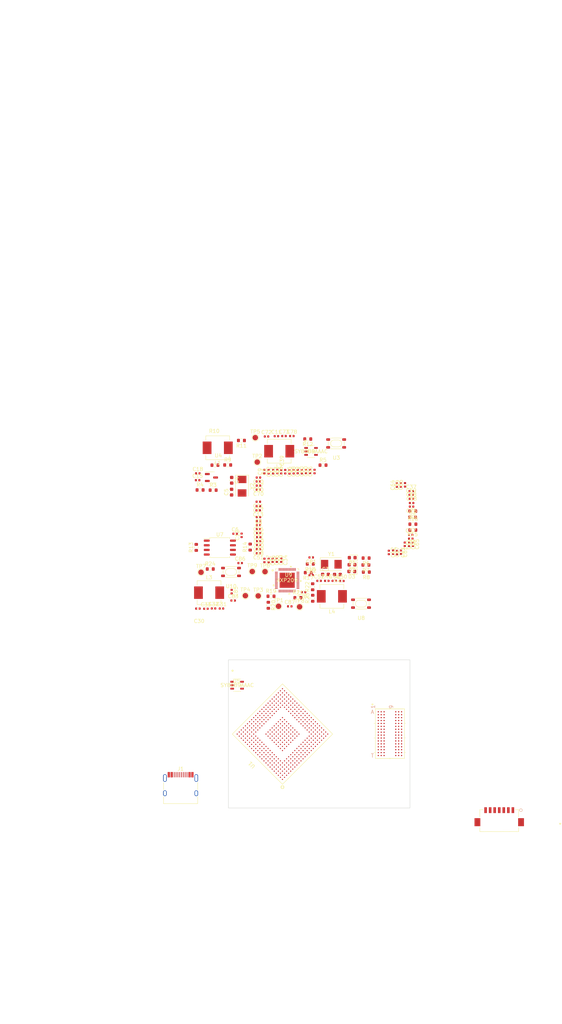
<source format=kicad_pcb>
(kicad_pcb (version 20221018) (generator pcbnew)
  (layers (0 "F.Cu" signal) (1 "In1.Cu" signal) (2 "In2.Cu" signal) (31 "B.Cu" signal) (34 "B.Paste" user) (35 "F.Paste" user) (36 "B.SilkS" user "B.Silkscreen") (37 "F.SilkS" user "F.Silkscreen") (38 "B.Mask" user) (39 "F.Mask" user) (44 "Edge.Cuts" user))
  (net 0 "")
  (net 7 "Net-(U1-PadF1)")
  (net 24 "Net-(U1-PadF2)")
  (net 48 "+3V3")
  (net 74 "Net-(U1-PadN22)")
  (net 104 "Net-(U1-PadN23)")
  (net 118 "+2V5")
  (net 119 "Net-(C72-Pad2)")
  (net 141 "Net-(C73-Pad2)")
  (net 159 "/CPU_VREF")
  (net 160 "Net-(C83-Pad2)")
  (net 163 "Net-(C84-Pad2)")
  (net 170 "/IPSOUT")
  (net 177 "Net-(C86-Pad1)")
  (net 178 "/VINT")
  (net 179 "Net-(D1-Pad1)")
  (net 204 "Net-(U1-PadD5)")
  (net 210 "Net-(D2-Pad1)")
  (net 211 "Net-(U1-PadE5)")
  (net 215 "Net-(D3-Pad1)")
  (net 216 "Net-(U1-PadD6)")
  (net 217 "+5V")
  (net 218 "Net-(J1-PadA5)")
  (net 240 "/DM0")
  (net 258 "/DP0")
  (net 280 "Net-(R1-Pad1)")
  (net 281 "GND")
  (net 282 "Net-(R2-Pad1)")
  (net 283 "/DDR_CLK")
  (net 284 "/DDR_CLKN")
  (net 285 "Net-(R5-Pad1)")
  (net 286 "/DDR_DQ8")
  (net 287 "/DDR_SDQS1_N")
  (net 288 "/DDR_A8")
  (net 289 "/DDR_CS1")
  (net 290 "/DDR_ODT0")
  (net 291 "/DDR_RST")
  (net 292 "/DDR_SDQS1")
  (net 293 "/DDR_DQ11")
  (net 294 "/DDR_DQ14")
  (net 295 "/DDR_DQ6")
  (net 296 "/DDR_DQ3")
  (net 297 "/DDR_SDQS0")
  (net 298 "/DDR_DQ4")
  (net 299 "/DDR_DQ5")
  (net 300 "/DDR_DQ9")
  (net 301 "/DDR_DQ12")
  (net 302 "/DDR_DQ7")
  (net 303 "/DDR_DQ1")
  (net 304 "/DDR_SDQS0_N")
  (net 305 "/DDR_SDQM0")
  (net 306 "/DDR_DQ2")
  (net 307 "/DDR_ODT1")
  (net 308 "/DDR_CKE1")
  (net 309 "/DDR_BA0")
  (net 310 "/DDR_BA2")
  (net 311 "/DDR_A10")
  (net 312 "/DDR_BA1")
  (net 313 "/DDR_A7")
  (net 314 "/DDR_A3")
  (net 315 "/DDR_CKE0")
  (net 316 "/DDR_A5")
  (net 317 "/DDR_A12")
  (net 318 "/DDR_A9")
  (net 319 "/DDR_A14")
  (net 320 "/DDR_A1")
  (net 321 "/DDR_NWE")
  (net 322 "/DDR_NRAS")
  (net 323 "/DDR_NCAS")
  (net 324 "/DDR_A2")
  (net 325 "/DDR_CS0")
  (net 326 "/DDR_A6")
  (net 327 "/DDR_SDQM1")
  (net 328 "/DDR_DQ13")
  (net 329 "/DDR_A11")
  (net 330 "/DDR_A0")
  (net 331 "/DDR_DQ10")
  (net 332 "/DDR_DQ15")
  (net 333 "/DDR_A13")
  (net 334 "/DDR_A4")
  (net 335 "+1V5")
  (net 336 "/DDR_DQ0")
  (net 337 "/DDR_VREF")
  (net 339 "Net-(J1-PadB5)")
  (net 344 "/UART_TX")
  (net 345 "/UART_RX")
  (net 346 "Net-(L1-Pad1)")
  (net 347 "Net-(L2-Pad1)")
  (net 348 "/1v2_CPU")
  (net 349 "Net-(L3-Pad2)")
  (net 350 "/1v2_INT")
  (net 351 "Net-(L4-Pad2)")
  (net 352 "Net-(R13-Pad1)")
  (net 353 "Net-(R14-Pad1)")
  (net 354 "Net-(R19-Pad2)")
  (net 355 "Net-(R21-Pad2)")
  (net 356 "Net-(R22-Pad1)")
  (net 357 "Net-(R23-Pad1)")
  (net 358 "Net-(R24-Pad1)")
  (net 359 "/VDD_RTC")
  (net 360 "+3V0")
  (net 361 "+2V8")
  (net 362 "/2v8_2")
  (net 363 "/RESET_N")
  (net 364 "/NMI_N")
  (net 365 "/PC23")
  (net 366 "/PC2")
  (net 367 "/PC1")
  (net 368 "/PC0")
  (net 370 "Net-(U1-PadW8)")
  (net 371 "/EXTEN")
  (net 372 "Net-(U8-Pad3)")
  (net 373 "/TWI0_SDA")
  (net 374 "/TWI0_SCK")
  (footprint "jlywxy:SW_SPST_SWD_4x3x2" (layer "F.Cu") (at 51.858672 10.707116)
    (fp_text reference "U3")
    (fp_text value "SW_SMD_SPST_4x3x2")
  )
  (footprint "Resistor_SMD:R_0603_1608Metric" (layer "F.Cu") (at 41.332912 53.05552)
    (fp_text reference "R21")
    (fp_text value "200k")
  )
  (footprint "Capacitor_SMD:C_0402_1005Metric" (layer "F.Cu") (at 13.765784 20.78736)
    (fp_text reference "C15")
    (fp_text value "100nF")
  )
  (footprint "Resistor_SMD:R_0603_1608Metric" (layer "F.Cu") (at 44.185832 46.175168 180)
    (fp_text reference "R17")
    (fp_text value "2.2k")
  )
  (footprint "Capacitor_SMD:C_0402_1005Metric" (layer "F.Cu") (at 67.5132 40.553072 -90)
    (fp_text reference "C67")
    (fp_text value "100nF")
  )
  (footprint "Inductor_SMD:L_Vishay_IHLP-2525" (layer "F.Cu") (at 50.677064 52.673504 180)
    (fp_text reference "L4")
    (fp_text value "2.2uH")
  )
  (footprint "Capacitor_SMD:C_0402_1005Metric" (layer "F.Cu") (at 30.5054 34.205672 180)
    (fp_text reference "C14")
    (fp_text value "100nF")
  )
  (footprint "Capacitor_SMD:C_0402_1005Metric" (layer "F.Cu") (at 69.657976 22.105112 90)
    (fp_text reference "C54")
    (fp_text value "100nF")
  )
  (footprint "Capacitor_SMD:C_0402_1005Metric" (layer "F.Cu") (at 18.140232 55.995824)
    (fp_text reference "C32")
    (fp_text value "100nF")
  )
  (footprint "Resistor_SMD:R_0603_1608Metric" (layer "F.Cu") (at 44.738536 43.793664 180)
    (fp_text reference "R18")
    (fp_text value "2.2k")
  )
  (footprint "Capacitor_SMD:C_0402_1005Metric" (layer "F.Cu") (at 35.543744 42.746168 -90)
    (fp_text reference "C29")
    (fp_text value "100nF")
  )
  (footprint "Capacitor_SMD:C_0402_1005Metric" (layer "F.Cu") (at 37.5158 8.675624)
    (fp_text reference "C73")
    (fp_text value "33pF")
  )
  (footprint "jlywxy:SY8089AAAC" (layer "F.Cu") (at 44.949872 12.89304)
    (fp_text reference "U6")
    (fp_text value "SY8089AAAC")
  )
  (footprint "Resistor_SMD:R_0603_1608Metric" (layer "F.Cu") (at 22.035516 16.618752)
    (fp_text reference "R9")
    (fp_text value "13k")
  )
  (footprint "Capacitor_SMD:C_0402_1005Metric" (layer "F.Cu") (at 71.90232 38.410896 -90)
    (fp_text reference "C69")
    (fp_text value "100nF")
  )
  (footprint "jlywxy:SY8089AAAC" (layer "F.Cu") (at 24.63 77.07)
    (fp_text reference "U5")
    (fp_text value "SY8089AAAC")
  )
  (footprint "Capacitor_SMD:C_0402_1005Metric" (layer "F.Cu") (at 30.456632 26.707592 180)
    (fp_text reference "C21")
    (fp_text value "100nF")
  )
  (footprint "Capacitor_SMD:C_0402_1005Metric" (layer "F.Cu") (at 30.456632 27.90952 180)
    (fp_text reference "C17")
    (fp_text value "100nF")
  )
  (footprint "Resistor_SMD:R_0603_1608Metric" (layer "F.Cu") (at 17.235416 45.17644)
    (fp_text reference "R24")
    (fp_text value "2.2k")
  )
  (footprint "Capacitor_SMD:C_0402_1005Metric" (layer "F.Cu") (at 23.127208 51.384648 -90)
    (fp_text reference "C85")
    (fp_text value "1uF")
  )
  (footprint "Capacitor_SMD:C_0402_1005Metric" (layer "F.Cu") (at 72.579992 28.044648 180)
    (fp_text reference "C75")
    (fp_text value "100nF")
  )
  (footprint "Capacitor_SMD:C_0402_1005Metric" (layer "F.Cu") (at 72.368216 36.84016 180)
    (fp_text reference "C74")
    (fp_text value "100nF")
  )
  (footprint "Capacitor_SMD:C_0402_1005Metric" (layer "F.Cu") (at 68.558664 22.127464 90)
    (fp_text reference "C64")
    (fp_text value "100nF")
  )
  (footprint "Package_TO_SOT_SMD:SOT-23-3" (layer "F.Cu") (at 17.573752 20.054824)
    (fp_text reference "U4")
    (fp_text value "XC6206PxxxMR")
  )
  (footprint "Resistor_SMD:R_0603_1608Metric" (layer "F.Cu") (at 72.935592 34.476944 180)
    (fp_text reference "R15")
    (fp_text value "2.2k")
  )
  (footprint "Capacitor_SMD:C_0603_1608Metric" (layer "F.Cu") (at 23.10892 24.068024 90)
    (fp_text reference "C5")
    (fp_text value "22pF")
  )
  (footprint "Resistor_SMD:R_0603_1608Metric" (layer "F.Cu") (at 14.444472 23.478744)
    (fp_text reference "R4")
    (fp_text value "5.1k")
  )
  (footprint "Capacitor_SMD:C_0402_1005Metric" (layer "F.Cu") (at 36.755832 42.746168 -90)
    (fp_text reference "C34")
    (fp_text value "100nF")
  )
  (footprint "Capacitor_SMD:C_0402_1005Metric" (layer "F.Cu") (at 40.16756 18.46072 90)
    (fp_text reference "C56")
    (fp_text value "100nF")
  )
  (footprint "Connector_USB:USB_C_Receptacle_HRO_TYPE-C-31-M-12" (layer "F.Cu") (at 9.09 105.68)
    (fp_text reference "J1")
    (fp_text value "USB_C_Receptacle_USB2.0")
  )
  (footprint "Capacitor_SMD:C_0402_1005Metric" (layer "F.Cu") (at 72.530208 25.917144)
    (fp_text reference "C68")
    (fp_text value "100nF")
  )
  (footprint "Crystal:Crystal_SMD_5032-2Pin_5.0x3.2mm" (layer "F.Cu") (at 25.986232 22.447504 -90)
    (fp_text reference "Y2")
    (fp_text value "24MHz")
  )
  (footprint "jlywxy:SW_SPST_SWD_4x3x2" (layer "F.Cu") (at 22.950424 45.979588)
    (fp_text reference "U10")
    (fp_text value "SW_SMD_SPST_4x3x2")
  )
  (footprint "jlywxy:K4B8G1646B-MCK0" (layer "F.Cu") (at 66.64 90.37)
    (fp_text reference "U2" hide)
    (fp_text value "K4B8G1646B-MCK0" hide)
  )
  (footprint "TestPoint:TestPoint_Pad_D1.5mm" (layer "F.Cu") (at 32.299656 45.899832)
    (fp_text reference "TP6")
    (fp_text value "TestPoint")
  )
  (footprint "Capacitor_SMD:C_0402_1005Metric" (layer "F.Cu") (at 30.489712 20.068032 180)
    (fp_text reference "C10")
    (fp_text value "100nF")
  )
  (footprint "Capacitor_SMD:C_0603_1608Metric" (layer "F.Cu") (at 23.135336 20.809712 -90)
    (fp_text reference "C4")
    (fp_text value "22pF")
  )
  (footprint "Capacitor_SMD:C_0402_1005Metric" (layer "F.Cu") (at 30.492192 40.854376 180)
    (fp_text reference "C51")
    (fp_text value "100nF")
  )
  (footprint "Capacitor_SMD:C_0402_1005Metric" (layer "F.Cu") (at 37.858192 18.46072 90)
    (fp_text reference "C76")
    (fp_text value "22uF")
  )
  (footprint "Capacitor_SMD:C_0402_1005Metric" (layer "F.Cu") (at 32.132016 42.813224 -90)
    (fp_text reference "C47")
    (fp_text value "100nF")
  )
  (footprint "Capacitor_SMD:C_0603_1608Metric" (layer "F.Cu") (at 52.192936 46.679104 180)
    (fp_text reference "C2")
    (fp_text value "33pF")
  )
  (footprint "Capacitor_SMD:C_0402_1005Metric" (layer "F.Cu") (at 39.098728 55.425848)
    (fp_text reference "C87")
    (fp_text value "1uF")
  )
  (footprint "Capacitor_SMD:C_0402_1005Metric" (layer "F.Cu") (at 51.340296 48.423532)
    (fp_text reference "C46")
    (fp_text value "100nF")
  )
  (footprint "Capacitor_SMD:C_0402_1005Metric" (layer "F.Cu") (at 41.273984 18.413536 90)
    (fp_text reference "C38")
    (fp_text value "100nF")
  )
  (footprint "Inductor_SMD:L_Vishay_IHLP-2525" (layer "F.Cu") (at 36.199064 12.830048 180)
    (fp_text reference "L2")
    (fp_text value "2.2uH")
  )
  (footprint "Capacitor_SMD:C_0402_1005Metric" (layer "F.Cu") (at 43.557952 18.396264 90)
    (fp_text reference "C60")
    (fp_text value "100nF")
  )
  (footprint "Capacitor_SMD:C_0402_1005Metric" (layer "F.Cu") (at 69.674232 40.553072 -90)
    (fp_text reference "C61")
    (fp_text value "100nF")
  )
  (footprint "TestPoint:TestPoint_Pad_D1.5mm" (layer "F.Cu") (at 14.705584 46.072552)
    (fp_text reference "TP7")
    (fp_text value "TestPoint")
  )
  (footprint "Capacitor_SMD:C_0402_1005Metric" (layer "F.Cu") (at 39.676832 8.675624)
    (fp_text reference "C78")
    (fp_text value "100nF")
  )
  (footprint "Capacitor_SMD:C_0402_1005Metric" (layer "F.Cu") (at 49.28696 48.423532)
    (fp_text reference "C45")
    (fp_text value "100nF")
  )
  (footprint "Resistor_SMD:R_0603_1608Metric" (layer "F.Cu") (at 33.204912 55.12816 -90)
    (fp_text reference "R20")
    (fp_text value "200k")
  )
  (footprint "Capacitor_SMD:C_0402_1005Metric" (layer "F.Cu") (at 42.429176 18.46072 90)
    (fp_text reference "C79")
    (fp_text value "22uF")
  )
  (footprint "Capacitor_SMD:C_0402_1005Metric" (layer "F.Cu") (at 34.384488 42.759376 -90)
    (fp_text reference "C36")
    (fp_text value "100nF")
  )
  (footprint "Capacitor_SMD:C_0402_1005Metric" (layer "F.Cu") (at 30.545024 36.431728 180)
    (fp_text reference "C19")
    (fp_text value "100nF")
  )
  (footprint "Resistor_SMD:R_0603_1608Metric" (layer "F.Cu") (at 25.812496 9.893808 180)
    (fp_text reference "R11")
    (fp_text value "16.2k")
  )
  (footprint "Resistor_SMD:R_0603_1608Metric" (layer "F.Cu") (at 60.033416 44.067984 180)
    (fp_text reference "R7")
    (fp_text value "5.1k")
  )
  (footprint "Resistor_SMD:R_0603_1608Metric" (layer "F.Cu") (at 60.090312 42.17416 180)
    (fp_text reference "R6")
    (fp_text value "5.1k")
  )
  (footprint "Capacitor_SMD:C_0402_1005Metric" (layer "F.Cu") (at 39.012368 18.510056 90)
    (fp_text reference "C39")
    (fp_text value "100nF")
  )
  (footprint "Capacitor_SMD:C_0402_1005Metric" (layer "F.Cu") (at 23.534624 53.82768)
    (fp_text reference "C83")
    (fp_text value "4.7uF")
  )
  (footprint "Resistor_SMD:R_0603_1608Metric" (layer "F.Cu") (at 60.148224 46.01972 180)
    (fp_text reference "R8")
    (fp_text value "5.1k")
  )
  (footprint "Capacitor_SMD:C_0402_1005Metric" (layer "F.Cu") (at 33.30448 42.83964 -90)
    (fp_text reference "C35")
    (fp_text value "100nF")
  )
  (footprint "Capacitor_SMD:C_0402_1005Metric" (layer "F.Cu") (at 13.852144 56.039512)
    (fp_text reference "C30")
    (fp_text value "100nF")
  )
  (footprint "Capacitor_SMD:C_0402_1005Metric" (layer "F.Cu") (at 30.493776 30.918912 180)
    (fp_text reference "C8")
    (fp_text value "100nF")
  )
  (footprint "Capacitor_SMD:C_0402_1005Metric" (layer "F.Cu") (at 66.337688 40.628256 -90)
    (fp_text reference "C42")
    (fp_text value "100nF")
  )
  (footprint "Capacitor_SMD:C_0402_1005Metric" (layer "F.Cu") (at 30.465328 21.136864 180)
    (fp_text reference "C77")
    (fp_text value "22uF")
  )
  (footprint "Capacitor_SMD:C_0402_1005Metric" (layer "F.Cu") (at 32.71012 8.787384)
    (fp_text reference "C72")
    (fp_text value "33pF")
  )
  (footprint "Capacitor_SMD:C_0402_1005Metric" (layer "F.Cu") (at 30.489712 22.279864 180)
    (fp_text reference "C80")
    (fp_text value "22uF")
  )
  (footprint "Capacitor_SMD:C_0402_1005Metric" (layer "F.Cu") (at 32.099504 18.450112 90)
    (fp_text reference "C9")
    (fp_text value "100nF")
  )
  (footprint "Capacitor_SMD:C_0402_1005Metric" (layer "F.Cu") (at 30.492192 39.708328 180)
    (fp_text reference "C48")
    (fp_text value "100nF")
  )
  (footprint "Capacitor_SMD:C_0402_1005Metric" (layer "F.Cu") (at 24.07412 35.49396)
    (fp_text reference "C6")
    (fp_text value "100nF")
  )
  (footprint "TestPoint:TestPoint_Pad_D1.5mm" (layer "F.Cu") (at 30.167072 15.8242)
    (fp_text reference "TP2")
    (fp_text value "TestPoint")
  )
  (footprint "Capacitor_SMD:C_0402_1005Metric" (layer "F.Cu") (at 30.418024 29.071824 180)
    (fp_text reference "C13")
    (fp_text value "100nF")
  )
  (footprint "Inductor_SMD:L_Vishay_IHLP-2525" (layer "F.Cu") (at 16.919448 51.664616)
    (fp_text reference "L3")
    (fp_text value "2.2uH")
  )
  (footprint "Capacitor_SMD:C_0402_1005Metric" (layer "F.Cu") (at 34.526728 18.476976 90)
    (fp_text reference "C62")
    (fp_text value "100nF")
  )
  (footprint "Capacitor_SMD:C_0402_1005Metric" (layer "F.Cu") (at 44.662344 18.377408 90)
    (fp_text reference "C40")
    (fp_text value "100nF")
  )
  (footprint "Capacitor_SMD:C_0402_1005Metric" (layer "F.Cu") (at 30.545024 37.5158 180)
    (fp_text reference "C20")
    (fp_text value "100nF")
  )
  (footprint "Capacitor_SMD:C_0603_1608Metric" (layer "F.Cu") (at 48.919384 46.657768)
    (fp_text reference "C3")
    (fp_text value "33pF")
  )
  (footprint "Capacitor_SMD:C_0402_1005Metric" (layer "F.Cu") (at 30.545024 35.288728 180)
    (fp_text reference "C71")
    (fp_text value "22uF")
  )
  (footprint "Capacitor_SMD:C_0402_1005Metric" (layer "F.Cu") (at 36.751768 18.46072 90)
    (fp_text reference "C63")
    (fp_text value "100nF")
  )
  (footprint "Capacitor_SMD:C_0402_1005Metric" (layer "F.Cu") (at 35.693096 18.412968 90)
    (fp_text reference "C41")
    (fp_text value "100nF")
  )
  (footprint "Resistor_SMD:R_0603_1608Metric" (layer "F.Cu") (at 72.861424 31.002224)
    (fp_text reference "R1")
    (fp_text value "330R")
  )
  (footprint "Resistor_SMD:R_0603_1608Metric" (layer "F.Cu") (at 33.943544 52.652168)
    (fp_text reference "R19")
    (fp_text value "100k")
  )
  (footprint "TestPoint:TestPoint_Pad_D1.5mm" (layer "F.Cu") (at 41.801288 55.552848)
    (fp_text reference "TP8")
    (fp_text value "TestPoint")
  )
  (footprint "Package_SO:SOIC-8_5.23x5.23mm_P1.27mm" (layer "F.Cu") (at 19.870928 39.294816)
    (fp_text reference "U7")
    (fp_text value "W25Q128JVS")
  )
  (footprint "Capacitor_SMD:C_0402_1005Metric" (layer "F.Cu") (at 70.780656 22.066056 90)
    (fp_text reference "C66")
    (fp_text value "100nF")
  )
  (footprint "LED_SMD:LED_0603_1608Metric" (layer "F.Cu") (at 56.207252 44.011088 180)
    (fp_text reference "D2")
    (fp_text value "LED")
  )
  (footprint "TestPoint:TestPoint_Pad_D1.5mm" (layer "F.Cu") (at 30.430216 52.55768)
    (fp_text reference "TP3")
    (fp_text value "TestPoint")
  )
  (footprint "Capacitor_SMD:C_0402_1005Metric" (layer "F.Cu") (at 42.9006 51.528472 180)
    (fp_text reference "C84")
    (fp_text value "1uF")
  )
  (footprint "Capacitor_SMD:C_0402_1005Metric" (layer "F.Cu") (at 30.519624 38.56228 180)
    (fp_text reference "C49")
    (fp_text value "100nF")
  )
  (footprint "Capacitor_SMD:C_0402_1005Metric" (layer "F.Cu") (at 16.04772 56.084216)
    (fp_text reference "C33")
    (fp_text value "100nF")
  )
  (footprint "Capacitor_SMD:C_0402_1005Metric" (layer "F.Cu") (at 25.462992 43.539664)
    (fp_text reference "C86")
    (fp_text value "1uF")
  )
  (footprint "Capacitor_SMD:C_0402_1005Metric" (layer "F.Cu") (at 35.429952 8.713216)
    (fp_text reference "C11")
    (fp_text value "100nF")
  )
  (footprint "LED_SMD:LED_0603_1608Metric" (layer "F.Cu") (at 56.150356 45.847 180)
    (fp_text reference "D3")
    (fp_text value "LED")
  )
  (footprint "Capacitor_SMD:C_0402_1005Metric" (layer "F.Cu") (at 20.327112 56.018176)
    (fp_text reference "C31")
    (fp_text value "100nF")
  )
  (footprint "Capacitor_SMD:C_0402_1005Metric" (layer "F.Cu") (at 13.818048 18.916904)
    (fp_text reference "C18")
    (fp_text value "100nF")
  )
  (footprint "Resistor_SMD:R_0603_1608Metric" (layer "F.Cu") (at 18.029936 23.527512)
    (fp_text reference "R3")
    (fp_text value "5.1k")
  )
  (footprint "Capacitor_SMD:C_0402_1005Metric" (layer "F.Cu") (at 25.859232 35.92576 90)
    (fp_text reference "C12")
    (fp_text value "100nF")
  )
  (footprint "Resistor_SMD:R_0603_1608Metric" (layer "F.Cu") (at 72.906128 29.294328)
    (fp_text reference "R2")
    (fp_text value "330R")
  )
  (footprint "TestPoint:TestPoint_Pad_D1.5mm" (layer "F.Cu") (at 26.896568 52.494688)
    (fp_text reference "TP4")
    (fp_text value "TestPoint")
  )
  (footprint "Capacitor_SMD:C_0402_1005Metric" (layer "F.Cu") (at 47.15844 48.423532)
    (fp_text reference "C52")
    (fp_text value "100nF")
  )
  (footprint "Capacitor_SMD:C_0402_1005Metric" (layer "F.Cu") (at 72.959976 38.371272 -90)
    (fp_text reference "C65")
    (fp_text value "100nF")
  )
  (footprint "LED_SMD:LED_0603_1608Metric" (layer "F.Cu") (at 56.265164 42.059352 180)
    (fp_text reference "D1")
    (fp_text value "LED")
  )
  (footprint "Capacitor_SMD:C_0402_1005Metric" (layer "F.Cu") (at 33.293304 18.476976 90)
    (fp_text reference "C1")
    (fp_text value "100nF")
  )
  (footprint "TestPoint:TestPoint_Pad_D1.5mm" (layer "F.Cu") (at 28.790392 45.86224)
    (fp_text reference "TP9")
    (fp_text value "TestPoint")
  )
  (footprint "Capacitor_SMD:C_0402_1005Metric" (layer "F.Cu") (at 53.430208 48.461124)
    (fp_text reference "C50")
    (fp_text value "100nF")
  )
  (footprint "Inductor_SMD:L_Vishay_IHLP-2525" (layer "F.Cu") (at 19.289268 11.896384 180)
    (fp_text reference "L1")
    (fp_text value "22uH")
  )
  (footprint "Resistor_SMD:R_0603_1608Metric" (layer "F.Cu") (at 28.2194 39.150544 90)
    (fp_text reference "R14")
    (fp_text value "2.2k")
  )
  (footprint "TestPoint:TestPoint_Pad_D1.5mm" (layer "F.Cu") (at 36.015168 55.406544)
    (fp_text reference "TP1")
    (fp_text value "TestPoint")
  )
  (footprint "Capacitor_SMD:C_0402_1005Metric" (layer "F.Cu") (at 72.355456 35.796728)
    (fp_text reference "C57")
    (fp_text value "100nF")
  )
  (footprint "jlywxy:awa20" (layer "F.Cu") (at 37.095685 90.485685 135)
    (fp_text reference "U1")
    (fp_text value "AllWinner-A20")
  )
  (footprint "Crystal:Crystal_SMD_5032-2Pin_5.0x3.2mm" (layer "F.Cu") (at 50.53584 43.868848)
    (fp_text reference "Y1")
    (fp_text value "32.768kHz")
  )
  (footprint "jlywxy:AXP209" (layer "F.Cu") (at 38.38448 48.256952)
    (fp_text reference "U9")
    (fp_text value "AXP209")
  )
  (footprint "Resistor_SMD:R_0603_1608Metric" (layer "F.Cu") (at 48.240696 16.661384)
    (fp_text reference "R5")
    (fp_text value "330R")
  )
  (footprint "Capacitor_SMD:C_0402_1005Metric" (layer "F.Cu") (at 72.596248 27.06116)
    (fp_text reference "C58")
    (fp_text value "100nF")
  )
  (footprint "Resistor_SMD:R_0603_1608Metric" (layer "F.Cu") (at 18.533364 16.669552)
    (fp_text reference "R10")
    (fp_text value "1.1k")
  )
  (footprint "Capacitor_SMD:C_0402_1005Metric" (layer "F.Cu") (at 70.716648 38.386064 -90)
    (fp_text reference "C44")
    (fp_text value "100nF")
  )
  (footprint "Resistor_SMD:R_0603_1608Metric" (layer "F.Cu") (at 13.392912 39.236904 90)
    (fp_text reference "R13")
    (fp_text value "2.2k")
  )
  (footprint "TestPoint:TestPoint_Pad_D1.5mm" (layer "F.Cu") (at 29.623512 9.109456)
    (fp_text reference "TP5")
    (fp_text value "TestPoint")
  )
  (footprint "Resistor_SMD:R_0603_1608Metric" (layer "F.Cu") (at 44.050712 9.493504 180)
    (fp_text reference "R12")
    (fp_text value "4.99k")
  )
  (footprint "Capacitor_SMD:C_0402_1005Metric" (layer "F.Cu") (at 30.489712 23.397464 180)
    (fp_text reference "C70")
    (fp_text value "22uF")
  )
  (footprint "Resistor_SMD:R_0603_1608Metric" (layer "F.Cu") (at 72.951848 32.870648)
    (fp_text reference "R16")
    (fp_text value "2.2k")
  )
  (footprint "Resistor_SMD:R_0603_1608Metric" (layer "F.Cu") (at 45.408888 53.198732 90)
    (fp_text reference "R23")
    (fp_text value "2.2k")
  )
  (footprint "Capacitor_SMD:C_0402_1005Metric" (layer "F.Cu") (at 44.9966 41.998392 180)
    (fp_text reference "C81")
    (fp_text value "100nF")
  )
  (footprint "Capacitor_SMD:C_0402_1005Metric" (layer "F.Cu") (at 30.524704 32.013144 180)
    (fp_text reference "C7")
    (fp_text value "100nF")
  )
  (footprint "Resistor_SMD:R_0603_1608Metric" (layer "F.Cu") (at 45.388568 50.051164 90)
    (fp_text reference "R22")
    (fp_text value "49.9")
  )
  (footprint "Capacitor_SMD:C_0402_1005Metric" (layer "F.Cu") (at 44.979328 46.848776)
    (fp_text reference "C82")
    (fp_text value "100nF")
  )
  (footprint "Capacitor_SMD:C_0402_1005Metric" (layer "F.Cu") (at 45.909992 18.412968 90)
    (fp_text reference "C55")
    (fp_text value "100nF")
  )
  (footprint "jlywxy:DF13A-7P-1.25H21" (layer "F.Cu") (at 100.44 111.37)
    (fp_text reference "J2" hide)
    (fp_text value "DF13A-7P-1.25H21" hide)
  )
  (footprint "jlywxy:SW_SPST_SWD_4x3x2" (layer "F.Cu") (at 58.691272 54.693312)
    (fp_text reference "U8")
    (fp_text value "SW_SMD_SPST_4x3x2")
  )
  (footprint "Capacitor_SMD:C_0402_1005Metric" (layer "F.Cu") (at 72.495664 23.7998)
    (fp_text reference "C37")
    (fp_text value "100nF")
  )
  (footprint "Capacitor_SMD:C_0402_1005Metric" (layer "F.Cu") (at 72.485504 24.817832)
    (fp_text reference "C59")
    (fp_text value "100nF")
  )
  (footprint "Capacitor_SMD:C_0402_1005Metric" (layer "F.Cu") (at 30.478536 33.1216 180)
    (fp_text reference "C16")
    (fp_text value "100nF")
  )
  (footprint "Capacitor_SMD:C_0402_1005Metric" (layer "F.Cu") (at 68.573904 40.666864 -90)
    (fp_text reference "C43")
    (fp_text value "100nF")
  )
  (gr_rect (start 22.24 70.1) (end 72.14 110.78) (stroke (width 0.1)) (fill none) (layer "Edge.Cuts"))
)
</source>
